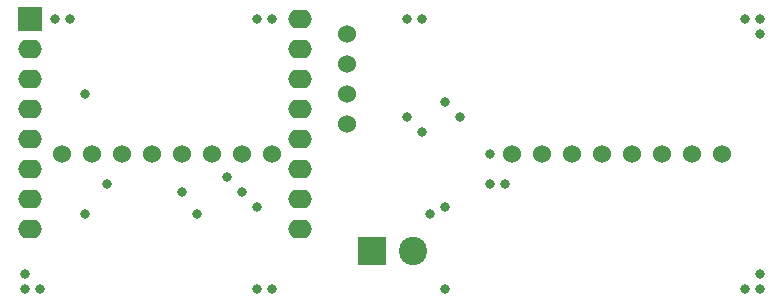
<source format=gbr>
%TF.GenerationSoftware,KiCad,Pcbnew,6.0.11+dfsg-1~bpo11+1*%
%TF.CreationDate,2023-04-11T20:41:58+02:00*%
%TF.ProjectId,double_pt100,646f7562-6c65-45f7-9074-3130302e6b69,rev?*%
%TF.SameCoordinates,Original*%
%TF.FileFunction,Soldermask,Bot*%
%TF.FilePolarity,Negative*%
%FSLAX46Y46*%
G04 Gerber Fmt 4.6, Leading zero omitted, Abs format (unit mm)*
G04 Created by KiCad (PCBNEW 6.0.11+dfsg-1~bpo11+1) date 2023-04-11 20:41:58*
%MOMM*%
%LPD*%
G01*
G04 APERTURE LIST*
%ADD10C,1.524000*%
%ADD11C,2.400000*%
%ADD12R,2.400000X2.400000*%
%ADD13R,2.000000X2.000000*%
%ADD14O,2.000000X1.600000*%
%ADD15C,0.800000*%
G04 APERTURE END LIST*
D10*
%TO.C,U4*%
X98425000Y-116840000D03*
X95885000Y-116840000D03*
X93345000Y-116840000D03*
X90805000Y-116840000D03*
X88265000Y-116840000D03*
X85725000Y-116840000D03*
X83185000Y-116840000D03*
X80645000Y-116840000D03*
%TD*%
%TO.C,U3*%
X136525000Y-116840000D03*
X133985000Y-116840000D03*
X131445000Y-116840000D03*
X128905000Y-116840000D03*
X126365000Y-116840000D03*
X123825000Y-116840000D03*
X121285000Y-116840000D03*
X118745000Y-116840000D03*
%TD*%
D11*
%TO.C,J1*%
X110335000Y-125030000D03*
D12*
X106835000Y-125030000D03*
%TD*%
D10*
%TO.C,U2*%
X104775000Y-106680000D03*
X104775000Y-109220000D03*
X104775000Y-111760000D03*
X104775000Y-114300000D03*
%TD*%
D13*
%TO.C,U1*%
X77955000Y-105410000D03*
D14*
X77955000Y-107950000D03*
X77955000Y-110490000D03*
X77955000Y-113030000D03*
X77955000Y-115570000D03*
X77955000Y-118110000D03*
X77955000Y-120650000D03*
X77955000Y-123190000D03*
X100815000Y-123190000D03*
X100815000Y-120650000D03*
X100815000Y-118110000D03*
X100815000Y-115570000D03*
X100815000Y-113030000D03*
X100815000Y-110490000D03*
X100815000Y-107950000D03*
X100815000Y-105410000D03*
%TD*%
D15*
X113030000Y-128270000D03*
X118110000Y-119380000D03*
X116840000Y-119380000D03*
X82550000Y-121920000D03*
X97155000Y-128270000D03*
X98425000Y-128270000D03*
X114300000Y-113665000D03*
X113030000Y-112395000D03*
X111125000Y-114935000D03*
X109855000Y-113665000D03*
X111125000Y-105410000D03*
X109855000Y-105410000D03*
X97155000Y-105410000D03*
X81280000Y-105410000D03*
X80010000Y-105410000D03*
X98425000Y-105410000D03*
X138430000Y-105410000D03*
X139700000Y-106680000D03*
X139700000Y-105410000D03*
X138430000Y-128270000D03*
X139700000Y-127000000D03*
X139700000Y-128270000D03*
X78740000Y-128270000D03*
X77470000Y-127000000D03*
X77470000Y-128270000D03*
X92075000Y-121920000D03*
X90805000Y-120015000D03*
X97155000Y-121285000D03*
X95885000Y-120015000D03*
X111760000Y-121920000D03*
X116840000Y-116840000D03*
X113030000Y-121285000D03*
X82550000Y-111760000D03*
X84455000Y-119380000D03*
X94615000Y-118745000D03*
M02*

</source>
